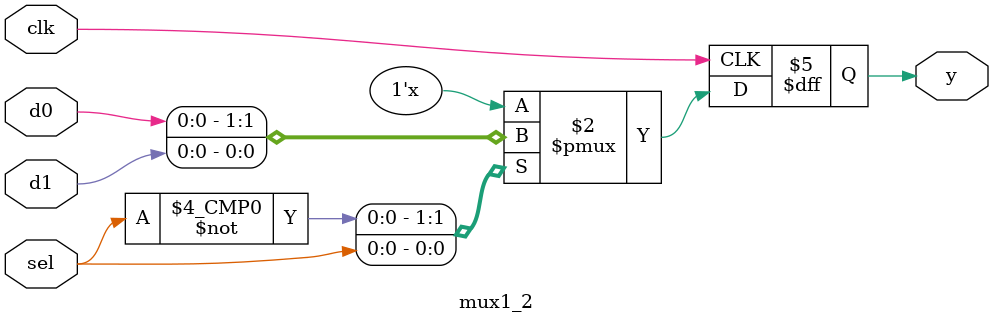
<source format=v>
module mux1_2(input clk, d0, d1,
              input sel,
              output reg y);

    always@(posedge clk)
    begin
        case(sel)
            1'b0:    y <= d0;
            1'b1:    y <= d1;
        endcase
    end

endmodule

</source>
